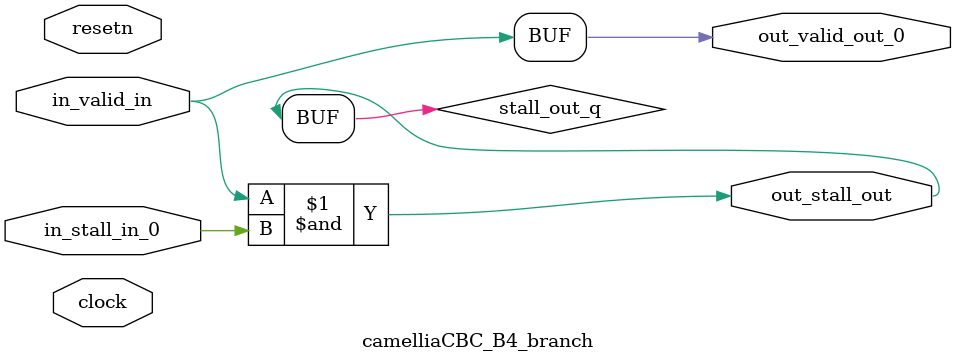
<source format=sv>



(* altera_attribute = "-name AUTO_SHIFT_REGISTER_RECOGNITION OFF; -name MESSAGE_DISABLE 10036; -name MESSAGE_DISABLE 10037; -name MESSAGE_DISABLE 14130; -name MESSAGE_DISABLE 14320; -name MESSAGE_DISABLE 15400; -name MESSAGE_DISABLE 14130; -name MESSAGE_DISABLE 10036; -name MESSAGE_DISABLE 12020; -name MESSAGE_DISABLE 12030; -name MESSAGE_DISABLE 12010; -name MESSAGE_DISABLE 12110; -name MESSAGE_DISABLE 14320; -name MESSAGE_DISABLE 13410; -name MESSAGE_DISABLE 113007; -name MESSAGE_DISABLE 10958" *)
module camelliaCBC_B4_branch (
    input wire [0:0] in_stall_in_0,
    input wire [0:0] in_valid_in,
    output wire [0:0] out_stall_out,
    output wire [0:0] out_valid_out_0,
    input wire clock,
    input wire resetn
    );

    wire [0:0] stall_out_q;


    // stall_out(LOGICAL,6)
    assign stall_out_q = in_valid_in & in_stall_in_0;

    // out_stall_out(GPOUT,4)
    assign out_stall_out = stall_out_q;

    // out_valid_out_0(GPOUT,5)
    assign out_valid_out_0 = in_valid_in;

endmodule

</source>
